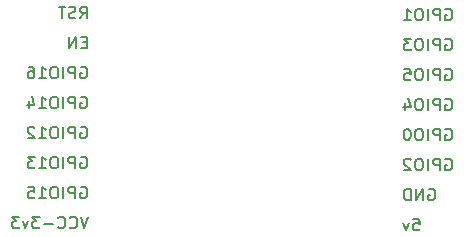
<source format=gbo>
%TF.GenerationSoftware,KiCad,Pcbnew,7.0.7*%
%TF.CreationDate,2023-10-28T13:50:55-06:00*%
%TF.ProjectId,RatGDO-OpenSource,52617447-444f-42d4-9f70-656e536f7572,rev?*%
%TF.SameCoordinates,Original*%
%TF.FileFunction,Legend,Bot*%
%TF.FilePolarity,Positive*%
%FSLAX46Y46*%
G04 Gerber Fmt 4.6, Leading zero omitted, Abs format (unit mm)*
G04 Created by KiCad (PCBNEW 7.0.7) date 2023-10-28 13:50:55*
%MOMM*%
%LPD*%
G01*
G04 APERTURE LIST*
%ADD10C,0.150000*%
G04 APERTURE END LIST*
D10*
X157820651Y-75773427D02*
X157915889Y-75725808D01*
X157915889Y-75725808D02*
X158058746Y-75725808D01*
X158058746Y-75725808D02*
X158201603Y-75773427D01*
X158201603Y-75773427D02*
X158296841Y-75868665D01*
X158296841Y-75868665D02*
X158344460Y-75963903D01*
X158344460Y-75963903D02*
X158392079Y-76154379D01*
X158392079Y-76154379D02*
X158392079Y-76297236D01*
X158392079Y-76297236D02*
X158344460Y-76487712D01*
X158344460Y-76487712D02*
X158296841Y-76582950D01*
X158296841Y-76582950D02*
X158201603Y-76678189D01*
X158201603Y-76678189D02*
X158058746Y-76725808D01*
X158058746Y-76725808D02*
X157963508Y-76725808D01*
X157963508Y-76725808D02*
X157820651Y-76678189D01*
X157820651Y-76678189D02*
X157773032Y-76630569D01*
X157773032Y-76630569D02*
X157773032Y-76297236D01*
X157773032Y-76297236D02*
X157963508Y-76297236D01*
X157344460Y-76725808D02*
X157344460Y-75725808D01*
X157344460Y-75725808D02*
X156963508Y-75725808D01*
X156963508Y-75725808D02*
X156868270Y-75773427D01*
X156868270Y-75773427D02*
X156820651Y-75821046D01*
X156820651Y-75821046D02*
X156773032Y-75916284D01*
X156773032Y-75916284D02*
X156773032Y-76059141D01*
X156773032Y-76059141D02*
X156820651Y-76154379D01*
X156820651Y-76154379D02*
X156868270Y-76201998D01*
X156868270Y-76201998D02*
X156963508Y-76249617D01*
X156963508Y-76249617D02*
X157344460Y-76249617D01*
X156344460Y-76725808D02*
X156344460Y-75725808D01*
X155677794Y-75725808D02*
X155487318Y-75725808D01*
X155487318Y-75725808D02*
X155392080Y-75773427D01*
X155392080Y-75773427D02*
X155296842Y-75868665D01*
X155296842Y-75868665D02*
X155249223Y-76059141D01*
X155249223Y-76059141D02*
X155249223Y-76392474D01*
X155249223Y-76392474D02*
X155296842Y-76582950D01*
X155296842Y-76582950D02*
X155392080Y-76678189D01*
X155392080Y-76678189D02*
X155487318Y-76725808D01*
X155487318Y-76725808D02*
X155677794Y-76725808D01*
X155677794Y-76725808D02*
X155773032Y-76678189D01*
X155773032Y-76678189D02*
X155868270Y-76582950D01*
X155868270Y-76582950D02*
X155915889Y-76392474D01*
X155915889Y-76392474D02*
X155915889Y-76059141D01*
X155915889Y-76059141D02*
X155868270Y-75868665D01*
X155868270Y-75868665D02*
X155773032Y-75773427D01*
X155773032Y-75773427D02*
X155677794Y-75725808D01*
X154630175Y-75725808D02*
X154534937Y-75725808D01*
X154534937Y-75725808D02*
X154439699Y-75773427D01*
X154439699Y-75773427D02*
X154392080Y-75821046D01*
X154392080Y-75821046D02*
X154344461Y-75916284D01*
X154344461Y-75916284D02*
X154296842Y-76106760D01*
X154296842Y-76106760D02*
X154296842Y-76344855D01*
X154296842Y-76344855D02*
X154344461Y-76535331D01*
X154344461Y-76535331D02*
X154392080Y-76630569D01*
X154392080Y-76630569D02*
X154439699Y-76678189D01*
X154439699Y-76678189D02*
X154534937Y-76725808D01*
X154534937Y-76725808D02*
X154630175Y-76725808D01*
X154630175Y-76725808D02*
X154725413Y-76678189D01*
X154725413Y-76678189D02*
X154773032Y-76630569D01*
X154773032Y-76630569D02*
X154820651Y-76535331D01*
X154820651Y-76535331D02*
X154868270Y-76344855D01*
X154868270Y-76344855D02*
X154868270Y-76106760D01*
X154868270Y-76106760D02*
X154820651Y-75916284D01*
X154820651Y-75916284D02*
X154773032Y-75821046D01*
X154773032Y-75821046D02*
X154725413Y-75773427D01*
X154725413Y-75773427D02*
X154630175Y-75725808D01*
X126877700Y-66395116D02*
X127211033Y-65918925D01*
X127449128Y-66395116D02*
X127449128Y-65395116D01*
X127449128Y-65395116D02*
X127068176Y-65395116D01*
X127068176Y-65395116D02*
X126972938Y-65442735D01*
X126972938Y-65442735D02*
X126925319Y-65490354D01*
X126925319Y-65490354D02*
X126877700Y-65585592D01*
X126877700Y-65585592D02*
X126877700Y-65728449D01*
X126877700Y-65728449D02*
X126925319Y-65823687D01*
X126925319Y-65823687D02*
X126972938Y-65871306D01*
X126972938Y-65871306D02*
X127068176Y-65918925D01*
X127068176Y-65918925D02*
X127449128Y-65918925D01*
X126496747Y-66347497D02*
X126353890Y-66395116D01*
X126353890Y-66395116D02*
X126115795Y-66395116D01*
X126115795Y-66395116D02*
X126020557Y-66347497D01*
X126020557Y-66347497D02*
X125972938Y-66299877D01*
X125972938Y-66299877D02*
X125925319Y-66204639D01*
X125925319Y-66204639D02*
X125925319Y-66109401D01*
X125925319Y-66109401D02*
X125972938Y-66014163D01*
X125972938Y-66014163D02*
X126020557Y-65966544D01*
X126020557Y-65966544D02*
X126115795Y-65918925D01*
X126115795Y-65918925D02*
X126306271Y-65871306D01*
X126306271Y-65871306D02*
X126401509Y-65823687D01*
X126401509Y-65823687D02*
X126449128Y-65776068D01*
X126449128Y-65776068D02*
X126496747Y-65680830D01*
X126496747Y-65680830D02*
X126496747Y-65585592D01*
X126496747Y-65585592D02*
X126449128Y-65490354D01*
X126449128Y-65490354D02*
X126401509Y-65442735D01*
X126401509Y-65442735D02*
X126306271Y-65395116D01*
X126306271Y-65395116D02*
X126068176Y-65395116D01*
X126068176Y-65395116D02*
X125925319Y-65442735D01*
X125639604Y-65395116D02*
X125068176Y-65395116D01*
X125353890Y-66395116D02*
X125353890Y-65395116D01*
X157820651Y-70693427D02*
X157915889Y-70645808D01*
X157915889Y-70645808D02*
X158058746Y-70645808D01*
X158058746Y-70645808D02*
X158201603Y-70693427D01*
X158201603Y-70693427D02*
X158296841Y-70788665D01*
X158296841Y-70788665D02*
X158344460Y-70883903D01*
X158344460Y-70883903D02*
X158392079Y-71074379D01*
X158392079Y-71074379D02*
X158392079Y-71217236D01*
X158392079Y-71217236D02*
X158344460Y-71407712D01*
X158344460Y-71407712D02*
X158296841Y-71502950D01*
X158296841Y-71502950D02*
X158201603Y-71598189D01*
X158201603Y-71598189D02*
X158058746Y-71645808D01*
X158058746Y-71645808D02*
X157963508Y-71645808D01*
X157963508Y-71645808D02*
X157820651Y-71598189D01*
X157820651Y-71598189D02*
X157773032Y-71550569D01*
X157773032Y-71550569D02*
X157773032Y-71217236D01*
X157773032Y-71217236D02*
X157963508Y-71217236D01*
X157344460Y-71645808D02*
X157344460Y-70645808D01*
X157344460Y-70645808D02*
X156963508Y-70645808D01*
X156963508Y-70645808D02*
X156868270Y-70693427D01*
X156868270Y-70693427D02*
X156820651Y-70741046D01*
X156820651Y-70741046D02*
X156773032Y-70836284D01*
X156773032Y-70836284D02*
X156773032Y-70979141D01*
X156773032Y-70979141D02*
X156820651Y-71074379D01*
X156820651Y-71074379D02*
X156868270Y-71121998D01*
X156868270Y-71121998D02*
X156963508Y-71169617D01*
X156963508Y-71169617D02*
X157344460Y-71169617D01*
X156344460Y-71645808D02*
X156344460Y-70645808D01*
X155677794Y-70645808D02*
X155487318Y-70645808D01*
X155487318Y-70645808D02*
X155392080Y-70693427D01*
X155392080Y-70693427D02*
X155296842Y-70788665D01*
X155296842Y-70788665D02*
X155249223Y-70979141D01*
X155249223Y-70979141D02*
X155249223Y-71312474D01*
X155249223Y-71312474D02*
X155296842Y-71502950D01*
X155296842Y-71502950D02*
X155392080Y-71598189D01*
X155392080Y-71598189D02*
X155487318Y-71645808D01*
X155487318Y-71645808D02*
X155677794Y-71645808D01*
X155677794Y-71645808D02*
X155773032Y-71598189D01*
X155773032Y-71598189D02*
X155868270Y-71502950D01*
X155868270Y-71502950D02*
X155915889Y-71312474D01*
X155915889Y-71312474D02*
X155915889Y-70979141D01*
X155915889Y-70979141D02*
X155868270Y-70788665D01*
X155868270Y-70788665D02*
X155773032Y-70693427D01*
X155773032Y-70693427D02*
X155677794Y-70645808D01*
X154344461Y-70645808D02*
X154820651Y-70645808D01*
X154820651Y-70645808D02*
X154868270Y-71121998D01*
X154868270Y-71121998D02*
X154820651Y-71074379D01*
X154820651Y-71074379D02*
X154725413Y-71026760D01*
X154725413Y-71026760D02*
X154487318Y-71026760D01*
X154487318Y-71026760D02*
X154392080Y-71074379D01*
X154392080Y-71074379D02*
X154344461Y-71121998D01*
X154344461Y-71121998D02*
X154296842Y-71217236D01*
X154296842Y-71217236D02*
X154296842Y-71455331D01*
X154296842Y-71455331D02*
X154344461Y-71550569D01*
X154344461Y-71550569D02*
X154392080Y-71598189D01*
X154392080Y-71598189D02*
X154487318Y-71645808D01*
X154487318Y-71645808D02*
X154725413Y-71645808D01*
X154725413Y-71645808D02*
X154820651Y-71598189D01*
X154820651Y-71598189D02*
X154868270Y-71550569D01*
X157820651Y-68153427D02*
X157915889Y-68105808D01*
X157915889Y-68105808D02*
X158058746Y-68105808D01*
X158058746Y-68105808D02*
X158201603Y-68153427D01*
X158201603Y-68153427D02*
X158296841Y-68248665D01*
X158296841Y-68248665D02*
X158344460Y-68343903D01*
X158344460Y-68343903D02*
X158392079Y-68534379D01*
X158392079Y-68534379D02*
X158392079Y-68677236D01*
X158392079Y-68677236D02*
X158344460Y-68867712D01*
X158344460Y-68867712D02*
X158296841Y-68962950D01*
X158296841Y-68962950D02*
X158201603Y-69058189D01*
X158201603Y-69058189D02*
X158058746Y-69105808D01*
X158058746Y-69105808D02*
X157963508Y-69105808D01*
X157963508Y-69105808D02*
X157820651Y-69058189D01*
X157820651Y-69058189D02*
X157773032Y-69010569D01*
X157773032Y-69010569D02*
X157773032Y-68677236D01*
X157773032Y-68677236D02*
X157963508Y-68677236D01*
X157344460Y-69105808D02*
X157344460Y-68105808D01*
X157344460Y-68105808D02*
X156963508Y-68105808D01*
X156963508Y-68105808D02*
X156868270Y-68153427D01*
X156868270Y-68153427D02*
X156820651Y-68201046D01*
X156820651Y-68201046D02*
X156773032Y-68296284D01*
X156773032Y-68296284D02*
X156773032Y-68439141D01*
X156773032Y-68439141D02*
X156820651Y-68534379D01*
X156820651Y-68534379D02*
X156868270Y-68581998D01*
X156868270Y-68581998D02*
X156963508Y-68629617D01*
X156963508Y-68629617D02*
X157344460Y-68629617D01*
X156344460Y-69105808D02*
X156344460Y-68105808D01*
X155677794Y-68105808D02*
X155487318Y-68105808D01*
X155487318Y-68105808D02*
X155392080Y-68153427D01*
X155392080Y-68153427D02*
X155296842Y-68248665D01*
X155296842Y-68248665D02*
X155249223Y-68439141D01*
X155249223Y-68439141D02*
X155249223Y-68772474D01*
X155249223Y-68772474D02*
X155296842Y-68962950D01*
X155296842Y-68962950D02*
X155392080Y-69058189D01*
X155392080Y-69058189D02*
X155487318Y-69105808D01*
X155487318Y-69105808D02*
X155677794Y-69105808D01*
X155677794Y-69105808D02*
X155773032Y-69058189D01*
X155773032Y-69058189D02*
X155868270Y-68962950D01*
X155868270Y-68962950D02*
X155915889Y-68772474D01*
X155915889Y-68772474D02*
X155915889Y-68439141D01*
X155915889Y-68439141D02*
X155868270Y-68248665D01*
X155868270Y-68248665D02*
X155773032Y-68153427D01*
X155773032Y-68153427D02*
X155677794Y-68105808D01*
X154915889Y-68105808D02*
X154296842Y-68105808D01*
X154296842Y-68105808D02*
X154630175Y-68486760D01*
X154630175Y-68486760D02*
X154487318Y-68486760D01*
X154487318Y-68486760D02*
X154392080Y-68534379D01*
X154392080Y-68534379D02*
X154344461Y-68581998D01*
X154344461Y-68581998D02*
X154296842Y-68677236D01*
X154296842Y-68677236D02*
X154296842Y-68915331D01*
X154296842Y-68915331D02*
X154344461Y-69010569D01*
X154344461Y-69010569D02*
X154392080Y-69058189D01*
X154392080Y-69058189D02*
X154487318Y-69105808D01*
X154487318Y-69105808D02*
X154773032Y-69105808D01*
X154773032Y-69105808D02*
X154868270Y-69058189D01*
X154868270Y-69058189D02*
X154915889Y-69010569D01*
X157820651Y-78313427D02*
X157915889Y-78265808D01*
X157915889Y-78265808D02*
X158058746Y-78265808D01*
X158058746Y-78265808D02*
X158201603Y-78313427D01*
X158201603Y-78313427D02*
X158296841Y-78408665D01*
X158296841Y-78408665D02*
X158344460Y-78503903D01*
X158344460Y-78503903D02*
X158392079Y-78694379D01*
X158392079Y-78694379D02*
X158392079Y-78837236D01*
X158392079Y-78837236D02*
X158344460Y-79027712D01*
X158344460Y-79027712D02*
X158296841Y-79122950D01*
X158296841Y-79122950D02*
X158201603Y-79218189D01*
X158201603Y-79218189D02*
X158058746Y-79265808D01*
X158058746Y-79265808D02*
X157963508Y-79265808D01*
X157963508Y-79265808D02*
X157820651Y-79218189D01*
X157820651Y-79218189D02*
X157773032Y-79170569D01*
X157773032Y-79170569D02*
X157773032Y-78837236D01*
X157773032Y-78837236D02*
X157963508Y-78837236D01*
X157344460Y-79265808D02*
X157344460Y-78265808D01*
X157344460Y-78265808D02*
X156963508Y-78265808D01*
X156963508Y-78265808D02*
X156868270Y-78313427D01*
X156868270Y-78313427D02*
X156820651Y-78361046D01*
X156820651Y-78361046D02*
X156773032Y-78456284D01*
X156773032Y-78456284D02*
X156773032Y-78599141D01*
X156773032Y-78599141D02*
X156820651Y-78694379D01*
X156820651Y-78694379D02*
X156868270Y-78741998D01*
X156868270Y-78741998D02*
X156963508Y-78789617D01*
X156963508Y-78789617D02*
X157344460Y-78789617D01*
X156344460Y-79265808D02*
X156344460Y-78265808D01*
X155677794Y-78265808D02*
X155487318Y-78265808D01*
X155487318Y-78265808D02*
X155392080Y-78313427D01*
X155392080Y-78313427D02*
X155296842Y-78408665D01*
X155296842Y-78408665D02*
X155249223Y-78599141D01*
X155249223Y-78599141D02*
X155249223Y-78932474D01*
X155249223Y-78932474D02*
X155296842Y-79122950D01*
X155296842Y-79122950D02*
X155392080Y-79218189D01*
X155392080Y-79218189D02*
X155487318Y-79265808D01*
X155487318Y-79265808D02*
X155677794Y-79265808D01*
X155677794Y-79265808D02*
X155773032Y-79218189D01*
X155773032Y-79218189D02*
X155868270Y-79122950D01*
X155868270Y-79122950D02*
X155915889Y-78932474D01*
X155915889Y-78932474D02*
X155915889Y-78599141D01*
X155915889Y-78599141D02*
X155868270Y-78408665D01*
X155868270Y-78408665D02*
X155773032Y-78313427D01*
X155773032Y-78313427D02*
X155677794Y-78265808D01*
X154868270Y-78361046D02*
X154820651Y-78313427D01*
X154820651Y-78313427D02*
X154725413Y-78265808D01*
X154725413Y-78265808D02*
X154487318Y-78265808D01*
X154487318Y-78265808D02*
X154392080Y-78313427D01*
X154392080Y-78313427D02*
X154344461Y-78361046D01*
X154344461Y-78361046D02*
X154296842Y-78456284D01*
X154296842Y-78456284D02*
X154296842Y-78551522D01*
X154296842Y-78551522D02*
X154344461Y-78694379D01*
X154344461Y-78694379D02*
X154915889Y-79265808D01*
X154915889Y-79265808D02*
X154296842Y-79265808D01*
X126925319Y-78142735D02*
X127020557Y-78095116D01*
X127020557Y-78095116D02*
X127163414Y-78095116D01*
X127163414Y-78095116D02*
X127306271Y-78142735D01*
X127306271Y-78142735D02*
X127401509Y-78237973D01*
X127401509Y-78237973D02*
X127449128Y-78333211D01*
X127449128Y-78333211D02*
X127496747Y-78523687D01*
X127496747Y-78523687D02*
X127496747Y-78666544D01*
X127496747Y-78666544D02*
X127449128Y-78857020D01*
X127449128Y-78857020D02*
X127401509Y-78952258D01*
X127401509Y-78952258D02*
X127306271Y-79047497D01*
X127306271Y-79047497D02*
X127163414Y-79095116D01*
X127163414Y-79095116D02*
X127068176Y-79095116D01*
X127068176Y-79095116D02*
X126925319Y-79047497D01*
X126925319Y-79047497D02*
X126877700Y-78999877D01*
X126877700Y-78999877D02*
X126877700Y-78666544D01*
X126877700Y-78666544D02*
X127068176Y-78666544D01*
X126449128Y-79095116D02*
X126449128Y-78095116D01*
X126449128Y-78095116D02*
X126068176Y-78095116D01*
X126068176Y-78095116D02*
X125972938Y-78142735D01*
X125972938Y-78142735D02*
X125925319Y-78190354D01*
X125925319Y-78190354D02*
X125877700Y-78285592D01*
X125877700Y-78285592D02*
X125877700Y-78428449D01*
X125877700Y-78428449D02*
X125925319Y-78523687D01*
X125925319Y-78523687D02*
X125972938Y-78571306D01*
X125972938Y-78571306D02*
X126068176Y-78618925D01*
X126068176Y-78618925D02*
X126449128Y-78618925D01*
X125449128Y-79095116D02*
X125449128Y-78095116D01*
X124782462Y-78095116D02*
X124591986Y-78095116D01*
X124591986Y-78095116D02*
X124496748Y-78142735D01*
X124496748Y-78142735D02*
X124401510Y-78237973D01*
X124401510Y-78237973D02*
X124353891Y-78428449D01*
X124353891Y-78428449D02*
X124353891Y-78761782D01*
X124353891Y-78761782D02*
X124401510Y-78952258D01*
X124401510Y-78952258D02*
X124496748Y-79047497D01*
X124496748Y-79047497D02*
X124591986Y-79095116D01*
X124591986Y-79095116D02*
X124782462Y-79095116D01*
X124782462Y-79095116D02*
X124877700Y-79047497D01*
X124877700Y-79047497D02*
X124972938Y-78952258D01*
X124972938Y-78952258D02*
X125020557Y-78761782D01*
X125020557Y-78761782D02*
X125020557Y-78428449D01*
X125020557Y-78428449D02*
X124972938Y-78237973D01*
X124972938Y-78237973D02*
X124877700Y-78142735D01*
X124877700Y-78142735D02*
X124782462Y-78095116D01*
X123401510Y-79095116D02*
X123972938Y-79095116D01*
X123687224Y-79095116D02*
X123687224Y-78095116D01*
X123687224Y-78095116D02*
X123782462Y-78237973D01*
X123782462Y-78237973D02*
X123877700Y-78333211D01*
X123877700Y-78333211D02*
X123972938Y-78380830D01*
X123068176Y-78095116D02*
X122449129Y-78095116D01*
X122449129Y-78095116D02*
X122782462Y-78476068D01*
X122782462Y-78476068D02*
X122639605Y-78476068D01*
X122639605Y-78476068D02*
X122544367Y-78523687D01*
X122544367Y-78523687D02*
X122496748Y-78571306D01*
X122496748Y-78571306D02*
X122449129Y-78666544D01*
X122449129Y-78666544D02*
X122449129Y-78904639D01*
X122449129Y-78904639D02*
X122496748Y-78999877D01*
X122496748Y-78999877D02*
X122544367Y-79047497D01*
X122544367Y-79047497D02*
X122639605Y-79095116D01*
X122639605Y-79095116D02*
X122925319Y-79095116D01*
X122925319Y-79095116D02*
X123020557Y-79047497D01*
X123020557Y-79047497D02*
X123068176Y-78999877D01*
X155106366Y-83345808D02*
X155582556Y-83345808D01*
X155582556Y-83345808D02*
X155630175Y-83821998D01*
X155630175Y-83821998D02*
X155582556Y-83774379D01*
X155582556Y-83774379D02*
X155487318Y-83726760D01*
X155487318Y-83726760D02*
X155249223Y-83726760D01*
X155249223Y-83726760D02*
X155153985Y-83774379D01*
X155153985Y-83774379D02*
X155106366Y-83821998D01*
X155106366Y-83821998D02*
X155058747Y-83917236D01*
X155058747Y-83917236D02*
X155058747Y-84155331D01*
X155058747Y-84155331D02*
X155106366Y-84250569D01*
X155106366Y-84250569D02*
X155153985Y-84298189D01*
X155153985Y-84298189D02*
X155249223Y-84345808D01*
X155249223Y-84345808D02*
X155487318Y-84345808D01*
X155487318Y-84345808D02*
X155582556Y-84298189D01*
X155582556Y-84298189D02*
X155630175Y-84250569D01*
X154725413Y-83679141D02*
X154487318Y-84345808D01*
X154487318Y-84345808D02*
X154249223Y-83679141D01*
X126925319Y-80682735D02*
X127020557Y-80635116D01*
X127020557Y-80635116D02*
X127163414Y-80635116D01*
X127163414Y-80635116D02*
X127306271Y-80682735D01*
X127306271Y-80682735D02*
X127401509Y-80777973D01*
X127401509Y-80777973D02*
X127449128Y-80873211D01*
X127449128Y-80873211D02*
X127496747Y-81063687D01*
X127496747Y-81063687D02*
X127496747Y-81206544D01*
X127496747Y-81206544D02*
X127449128Y-81397020D01*
X127449128Y-81397020D02*
X127401509Y-81492258D01*
X127401509Y-81492258D02*
X127306271Y-81587497D01*
X127306271Y-81587497D02*
X127163414Y-81635116D01*
X127163414Y-81635116D02*
X127068176Y-81635116D01*
X127068176Y-81635116D02*
X126925319Y-81587497D01*
X126925319Y-81587497D02*
X126877700Y-81539877D01*
X126877700Y-81539877D02*
X126877700Y-81206544D01*
X126877700Y-81206544D02*
X127068176Y-81206544D01*
X126449128Y-81635116D02*
X126449128Y-80635116D01*
X126449128Y-80635116D02*
X126068176Y-80635116D01*
X126068176Y-80635116D02*
X125972938Y-80682735D01*
X125972938Y-80682735D02*
X125925319Y-80730354D01*
X125925319Y-80730354D02*
X125877700Y-80825592D01*
X125877700Y-80825592D02*
X125877700Y-80968449D01*
X125877700Y-80968449D02*
X125925319Y-81063687D01*
X125925319Y-81063687D02*
X125972938Y-81111306D01*
X125972938Y-81111306D02*
X126068176Y-81158925D01*
X126068176Y-81158925D02*
X126449128Y-81158925D01*
X125449128Y-81635116D02*
X125449128Y-80635116D01*
X124782462Y-80635116D02*
X124591986Y-80635116D01*
X124591986Y-80635116D02*
X124496748Y-80682735D01*
X124496748Y-80682735D02*
X124401510Y-80777973D01*
X124401510Y-80777973D02*
X124353891Y-80968449D01*
X124353891Y-80968449D02*
X124353891Y-81301782D01*
X124353891Y-81301782D02*
X124401510Y-81492258D01*
X124401510Y-81492258D02*
X124496748Y-81587497D01*
X124496748Y-81587497D02*
X124591986Y-81635116D01*
X124591986Y-81635116D02*
X124782462Y-81635116D01*
X124782462Y-81635116D02*
X124877700Y-81587497D01*
X124877700Y-81587497D02*
X124972938Y-81492258D01*
X124972938Y-81492258D02*
X125020557Y-81301782D01*
X125020557Y-81301782D02*
X125020557Y-80968449D01*
X125020557Y-80968449D02*
X124972938Y-80777973D01*
X124972938Y-80777973D02*
X124877700Y-80682735D01*
X124877700Y-80682735D02*
X124782462Y-80635116D01*
X123401510Y-81635116D02*
X123972938Y-81635116D01*
X123687224Y-81635116D02*
X123687224Y-80635116D01*
X123687224Y-80635116D02*
X123782462Y-80777973D01*
X123782462Y-80777973D02*
X123877700Y-80873211D01*
X123877700Y-80873211D02*
X123972938Y-80920830D01*
X122496748Y-80635116D02*
X122972938Y-80635116D01*
X122972938Y-80635116D02*
X123020557Y-81111306D01*
X123020557Y-81111306D02*
X122972938Y-81063687D01*
X122972938Y-81063687D02*
X122877700Y-81016068D01*
X122877700Y-81016068D02*
X122639605Y-81016068D01*
X122639605Y-81016068D02*
X122544367Y-81063687D01*
X122544367Y-81063687D02*
X122496748Y-81111306D01*
X122496748Y-81111306D02*
X122449129Y-81206544D01*
X122449129Y-81206544D02*
X122449129Y-81444639D01*
X122449129Y-81444639D02*
X122496748Y-81539877D01*
X122496748Y-81539877D02*
X122544367Y-81587497D01*
X122544367Y-81587497D02*
X122639605Y-81635116D01*
X122639605Y-81635116D02*
X122877700Y-81635116D01*
X122877700Y-81635116D02*
X122972938Y-81587497D01*
X122972938Y-81587497D02*
X123020557Y-81539877D01*
X127449128Y-68411306D02*
X127115795Y-68411306D01*
X126972938Y-68935116D02*
X127449128Y-68935116D01*
X127449128Y-68935116D02*
X127449128Y-67935116D01*
X127449128Y-67935116D02*
X126972938Y-67935116D01*
X126544366Y-68935116D02*
X126544366Y-67935116D01*
X126544366Y-67935116D02*
X125972938Y-68935116D01*
X125972938Y-68935116D02*
X125972938Y-67935116D01*
X126925319Y-75602735D02*
X127020557Y-75555116D01*
X127020557Y-75555116D02*
X127163414Y-75555116D01*
X127163414Y-75555116D02*
X127306271Y-75602735D01*
X127306271Y-75602735D02*
X127401509Y-75697973D01*
X127401509Y-75697973D02*
X127449128Y-75793211D01*
X127449128Y-75793211D02*
X127496747Y-75983687D01*
X127496747Y-75983687D02*
X127496747Y-76126544D01*
X127496747Y-76126544D02*
X127449128Y-76317020D01*
X127449128Y-76317020D02*
X127401509Y-76412258D01*
X127401509Y-76412258D02*
X127306271Y-76507497D01*
X127306271Y-76507497D02*
X127163414Y-76555116D01*
X127163414Y-76555116D02*
X127068176Y-76555116D01*
X127068176Y-76555116D02*
X126925319Y-76507497D01*
X126925319Y-76507497D02*
X126877700Y-76459877D01*
X126877700Y-76459877D02*
X126877700Y-76126544D01*
X126877700Y-76126544D02*
X127068176Y-76126544D01*
X126449128Y-76555116D02*
X126449128Y-75555116D01*
X126449128Y-75555116D02*
X126068176Y-75555116D01*
X126068176Y-75555116D02*
X125972938Y-75602735D01*
X125972938Y-75602735D02*
X125925319Y-75650354D01*
X125925319Y-75650354D02*
X125877700Y-75745592D01*
X125877700Y-75745592D02*
X125877700Y-75888449D01*
X125877700Y-75888449D02*
X125925319Y-75983687D01*
X125925319Y-75983687D02*
X125972938Y-76031306D01*
X125972938Y-76031306D02*
X126068176Y-76078925D01*
X126068176Y-76078925D02*
X126449128Y-76078925D01*
X125449128Y-76555116D02*
X125449128Y-75555116D01*
X124782462Y-75555116D02*
X124591986Y-75555116D01*
X124591986Y-75555116D02*
X124496748Y-75602735D01*
X124496748Y-75602735D02*
X124401510Y-75697973D01*
X124401510Y-75697973D02*
X124353891Y-75888449D01*
X124353891Y-75888449D02*
X124353891Y-76221782D01*
X124353891Y-76221782D02*
X124401510Y-76412258D01*
X124401510Y-76412258D02*
X124496748Y-76507497D01*
X124496748Y-76507497D02*
X124591986Y-76555116D01*
X124591986Y-76555116D02*
X124782462Y-76555116D01*
X124782462Y-76555116D02*
X124877700Y-76507497D01*
X124877700Y-76507497D02*
X124972938Y-76412258D01*
X124972938Y-76412258D02*
X125020557Y-76221782D01*
X125020557Y-76221782D02*
X125020557Y-75888449D01*
X125020557Y-75888449D02*
X124972938Y-75697973D01*
X124972938Y-75697973D02*
X124877700Y-75602735D01*
X124877700Y-75602735D02*
X124782462Y-75555116D01*
X123401510Y-76555116D02*
X123972938Y-76555116D01*
X123687224Y-76555116D02*
X123687224Y-75555116D01*
X123687224Y-75555116D02*
X123782462Y-75697973D01*
X123782462Y-75697973D02*
X123877700Y-75793211D01*
X123877700Y-75793211D02*
X123972938Y-75840830D01*
X123020557Y-75650354D02*
X122972938Y-75602735D01*
X122972938Y-75602735D02*
X122877700Y-75555116D01*
X122877700Y-75555116D02*
X122639605Y-75555116D01*
X122639605Y-75555116D02*
X122544367Y-75602735D01*
X122544367Y-75602735D02*
X122496748Y-75650354D01*
X122496748Y-75650354D02*
X122449129Y-75745592D01*
X122449129Y-75745592D02*
X122449129Y-75840830D01*
X122449129Y-75840830D02*
X122496748Y-75983687D01*
X122496748Y-75983687D02*
X123068176Y-76555116D01*
X123068176Y-76555116D02*
X122449129Y-76555116D01*
X157820651Y-65613427D02*
X157915889Y-65565808D01*
X157915889Y-65565808D02*
X158058746Y-65565808D01*
X158058746Y-65565808D02*
X158201603Y-65613427D01*
X158201603Y-65613427D02*
X158296841Y-65708665D01*
X158296841Y-65708665D02*
X158344460Y-65803903D01*
X158344460Y-65803903D02*
X158392079Y-65994379D01*
X158392079Y-65994379D02*
X158392079Y-66137236D01*
X158392079Y-66137236D02*
X158344460Y-66327712D01*
X158344460Y-66327712D02*
X158296841Y-66422950D01*
X158296841Y-66422950D02*
X158201603Y-66518189D01*
X158201603Y-66518189D02*
X158058746Y-66565808D01*
X158058746Y-66565808D02*
X157963508Y-66565808D01*
X157963508Y-66565808D02*
X157820651Y-66518189D01*
X157820651Y-66518189D02*
X157773032Y-66470569D01*
X157773032Y-66470569D02*
X157773032Y-66137236D01*
X157773032Y-66137236D02*
X157963508Y-66137236D01*
X157344460Y-66565808D02*
X157344460Y-65565808D01*
X157344460Y-65565808D02*
X156963508Y-65565808D01*
X156963508Y-65565808D02*
X156868270Y-65613427D01*
X156868270Y-65613427D02*
X156820651Y-65661046D01*
X156820651Y-65661046D02*
X156773032Y-65756284D01*
X156773032Y-65756284D02*
X156773032Y-65899141D01*
X156773032Y-65899141D02*
X156820651Y-65994379D01*
X156820651Y-65994379D02*
X156868270Y-66041998D01*
X156868270Y-66041998D02*
X156963508Y-66089617D01*
X156963508Y-66089617D02*
X157344460Y-66089617D01*
X156344460Y-66565808D02*
X156344460Y-65565808D01*
X155677794Y-65565808D02*
X155487318Y-65565808D01*
X155487318Y-65565808D02*
X155392080Y-65613427D01*
X155392080Y-65613427D02*
X155296842Y-65708665D01*
X155296842Y-65708665D02*
X155249223Y-65899141D01*
X155249223Y-65899141D02*
X155249223Y-66232474D01*
X155249223Y-66232474D02*
X155296842Y-66422950D01*
X155296842Y-66422950D02*
X155392080Y-66518189D01*
X155392080Y-66518189D02*
X155487318Y-66565808D01*
X155487318Y-66565808D02*
X155677794Y-66565808D01*
X155677794Y-66565808D02*
X155773032Y-66518189D01*
X155773032Y-66518189D02*
X155868270Y-66422950D01*
X155868270Y-66422950D02*
X155915889Y-66232474D01*
X155915889Y-66232474D02*
X155915889Y-65899141D01*
X155915889Y-65899141D02*
X155868270Y-65708665D01*
X155868270Y-65708665D02*
X155773032Y-65613427D01*
X155773032Y-65613427D02*
X155677794Y-65565808D01*
X154296842Y-66565808D02*
X154868270Y-66565808D01*
X154582556Y-66565808D02*
X154582556Y-65565808D01*
X154582556Y-65565808D02*
X154677794Y-65708665D01*
X154677794Y-65708665D02*
X154773032Y-65803903D01*
X154773032Y-65803903D02*
X154868270Y-65851522D01*
X127591985Y-83175116D02*
X127258652Y-84175116D01*
X127258652Y-84175116D02*
X126925319Y-83175116D01*
X126020557Y-84079877D02*
X126068176Y-84127497D01*
X126068176Y-84127497D02*
X126211033Y-84175116D01*
X126211033Y-84175116D02*
X126306271Y-84175116D01*
X126306271Y-84175116D02*
X126449128Y-84127497D01*
X126449128Y-84127497D02*
X126544366Y-84032258D01*
X126544366Y-84032258D02*
X126591985Y-83937020D01*
X126591985Y-83937020D02*
X126639604Y-83746544D01*
X126639604Y-83746544D02*
X126639604Y-83603687D01*
X126639604Y-83603687D02*
X126591985Y-83413211D01*
X126591985Y-83413211D02*
X126544366Y-83317973D01*
X126544366Y-83317973D02*
X126449128Y-83222735D01*
X126449128Y-83222735D02*
X126306271Y-83175116D01*
X126306271Y-83175116D02*
X126211033Y-83175116D01*
X126211033Y-83175116D02*
X126068176Y-83222735D01*
X126068176Y-83222735D02*
X126020557Y-83270354D01*
X125020557Y-84079877D02*
X125068176Y-84127497D01*
X125068176Y-84127497D02*
X125211033Y-84175116D01*
X125211033Y-84175116D02*
X125306271Y-84175116D01*
X125306271Y-84175116D02*
X125449128Y-84127497D01*
X125449128Y-84127497D02*
X125544366Y-84032258D01*
X125544366Y-84032258D02*
X125591985Y-83937020D01*
X125591985Y-83937020D02*
X125639604Y-83746544D01*
X125639604Y-83746544D02*
X125639604Y-83603687D01*
X125639604Y-83603687D02*
X125591985Y-83413211D01*
X125591985Y-83413211D02*
X125544366Y-83317973D01*
X125544366Y-83317973D02*
X125449128Y-83222735D01*
X125449128Y-83222735D02*
X125306271Y-83175116D01*
X125306271Y-83175116D02*
X125211033Y-83175116D01*
X125211033Y-83175116D02*
X125068176Y-83222735D01*
X125068176Y-83222735D02*
X125020557Y-83270354D01*
X124591985Y-83794163D02*
X123830081Y-83794163D01*
X123449128Y-83175116D02*
X122830081Y-83175116D01*
X122830081Y-83175116D02*
X123163414Y-83556068D01*
X123163414Y-83556068D02*
X123020557Y-83556068D01*
X123020557Y-83556068D02*
X122925319Y-83603687D01*
X122925319Y-83603687D02*
X122877700Y-83651306D01*
X122877700Y-83651306D02*
X122830081Y-83746544D01*
X122830081Y-83746544D02*
X122830081Y-83984639D01*
X122830081Y-83984639D02*
X122877700Y-84079877D01*
X122877700Y-84079877D02*
X122925319Y-84127497D01*
X122925319Y-84127497D02*
X123020557Y-84175116D01*
X123020557Y-84175116D02*
X123306271Y-84175116D01*
X123306271Y-84175116D02*
X123401509Y-84127497D01*
X123401509Y-84127497D02*
X123449128Y-84079877D01*
X122496747Y-83508449D02*
X122258652Y-84175116D01*
X122258652Y-84175116D02*
X122020557Y-83508449D01*
X121734842Y-83175116D02*
X121115795Y-83175116D01*
X121115795Y-83175116D02*
X121449128Y-83556068D01*
X121449128Y-83556068D02*
X121306271Y-83556068D01*
X121306271Y-83556068D02*
X121211033Y-83603687D01*
X121211033Y-83603687D02*
X121163414Y-83651306D01*
X121163414Y-83651306D02*
X121115795Y-83746544D01*
X121115795Y-83746544D02*
X121115795Y-83984639D01*
X121115795Y-83984639D02*
X121163414Y-84079877D01*
X121163414Y-84079877D02*
X121211033Y-84127497D01*
X121211033Y-84127497D02*
X121306271Y-84175116D01*
X121306271Y-84175116D02*
X121591985Y-84175116D01*
X121591985Y-84175116D02*
X121687223Y-84127497D01*
X121687223Y-84127497D02*
X121734842Y-84079877D01*
X156392080Y-80853427D02*
X156487318Y-80805808D01*
X156487318Y-80805808D02*
X156630175Y-80805808D01*
X156630175Y-80805808D02*
X156773032Y-80853427D01*
X156773032Y-80853427D02*
X156868270Y-80948665D01*
X156868270Y-80948665D02*
X156915889Y-81043903D01*
X156915889Y-81043903D02*
X156963508Y-81234379D01*
X156963508Y-81234379D02*
X156963508Y-81377236D01*
X156963508Y-81377236D02*
X156915889Y-81567712D01*
X156915889Y-81567712D02*
X156868270Y-81662950D01*
X156868270Y-81662950D02*
X156773032Y-81758189D01*
X156773032Y-81758189D02*
X156630175Y-81805808D01*
X156630175Y-81805808D02*
X156534937Y-81805808D01*
X156534937Y-81805808D02*
X156392080Y-81758189D01*
X156392080Y-81758189D02*
X156344461Y-81710569D01*
X156344461Y-81710569D02*
X156344461Y-81377236D01*
X156344461Y-81377236D02*
X156534937Y-81377236D01*
X155915889Y-81805808D02*
X155915889Y-80805808D01*
X155915889Y-80805808D02*
X155344461Y-81805808D01*
X155344461Y-81805808D02*
X155344461Y-80805808D01*
X154868270Y-81805808D02*
X154868270Y-80805808D01*
X154868270Y-80805808D02*
X154630175Y-80805808D01*
X154630175Y-80805808D02*
X154487318Y-80853427D01*
X154487318Y-80853427D02*
X154392080Y-80948665D01*
X154392080Y-80948665D02*
X154344461Y-81043903D01*
X154344461Y-81043903D02*
X154296842Y-81234379D01*
X154296842Y-81234379D02*
X154296842Y-81377236D01*
X154296842Y-81377236D02*
X154344461Y-81567712D01*
X154344461Y-81567712D02*
X154392080Y-81662950D01*
X154392080Y-81662950D02*
X154487318Y-81758189D01*
X154487318Y-81758189D02*
X154630175Y-81805808D01*
X154630175Y-81805808D02*
X154868270Y-81805808D01*
X126925319Y-73062735D02*
X127020557Y-73015116D01*
X127020557Y-73015116D02*
X127163414Y-73015116D01*
X127163414Y-73015116D02*
X127306271Y-73062735D01*
X127306271Y-73062735D02*
X127401509Y-73157973D01*
X127401509Y-73157973D02*
X127449128Y-73253211D01*
X127449128Y-73253211D02*
X127496747Y-73443687D01*
X127496747Y-73443687D02*
X127496747Y-73586544D01*
X127496747Y-73586544D02*
X127449128Y-73777020D01*
X127449128Y-73777020D02*
X127401509Y-73872258D01*
X127401509Y-73872258D02*
X127306271Y-73967497D01*
X127306271Y-73967497D02*
X127163414Y-74015116D01*
X127163414Y-74015116D02*
X127068176Y-74015116D01*
X127068176Y-74015116D02*
X126925319Y-73967497D01*
X126925319Y-73967497D02*
X126877700Y-73919877D01*
X126877700Y-73919877D02*
X126877700Y-73586544D01*
X126877700Y-73586544D02*
X127068176Y-73586544D01*
X126449128Y-74015116D02*
X126449128Y-73015116D01*
X126449128Y-73015116D02*
X126068176Y-73015116D01*
X126068176Y-73015116D02*
X125972938Y-73062735D01*
X125972938Y-73062735D02*
X125925319Y-73110354D01*
X125925319Y-73110354D02*
X125877700Y-73205592D01*
X125877700Y-73205592D02*
X125877700Y-73348449D01*
X125877700Y-73348449D02*
X125925319Y-73443687D01*
X125925319Y-73443687D02*
X125972938Y-73491306D01*
X125972938Y-73491306D02*
X126068176Y-73538925D01*
X126068176Y-73538925D02*
X126449128Y-73538925D01*
X125449128Y-74015116D02*
X125449128Y-73015116D01*
X124782462Y-73015116D02*
X124591986Y-73015116D01*
X124591986Y-73015116D02*
X124496748Y-73062735D01*
X124496748Y-73062735D02*
X124401510Y-73157973D01*
X124401510Y-73157973D02*
X124353891Y-73348449D01*
X124353891Y-73348449D02*
X124353891Y-73681782D01*
X124353891Y-73681782D02*
X124401510Y-73872258D01*
X124401510Y-73872258D02*
X124496748Y-73967497D01*
X124496748Y-73967497D02*
X124591986Y-74015116D01*
X124591986Y-74015116D02*
X124782462Y-74015116D01*
X124782462Y-74015116D02*
X124877700Y-73967497D01*
X124877700Y-73967497D02*
X124972938Y-73872258D01*
X124972938Y-73872258D02*
X125020557Y-73681782D01*
X125020557Y-73681782D02*
X125020557Y-73348449D01*
X125020557Y-73348449D02*
X124972938Y-73157973D01*
X124972938Y-73157973D02*
X124877700Y-73062735D01*
X124877700Y-73062735D02*
X124782462Y-73015116D01*
X123401510Y-74015116D02*
X123972938Y-74015116D01*
X123687224Y-74015116D02*
X123687224Y-73015116D01*
X123687224Y-73015116D02*
X123782462Y-73157973D01*
X123782462Y-73157973D02*
X123877700Y-73253211D01*
X123877700Y-73253211D02*
X123972938Y-73300830D01*
X122544367Y-73348449D02*
X122544367Y-74015116D01*
X122782462Y-72967497D02*
X123020557Y-73681782D01*
X123020557Y-73681782D02*
X122401510Y-73681782D01*
X126925319Y-70522735D02*
X127020557Y-70475116D01*
X127020557Y-70475116D02*
X127163414Y-70475116D01*
X127163414Y-70475116D02*
X127306271Y-70522735D01*
X127306271Y-70522735D02*
X127401509Y-70617973D01*
X127401509Y-70617973D02*
X127449128Y-70713211D01*
X127449128Y-70713211D02*
X127496747Y-70903687D01*
X127496747Y-70903687D02*
X127496747Y-71046544D01*
X127496747Y-71046544D02*
X127449128Y-71237020D01*
X127449128Y-71237020D02*
X127401509Y-71332258D01*
X127401509Y-71332258D02*
X127306271Y-71427497D01*
X127306271Y-71427497D02*
X127163414Y-71475116D01*
X127163414Y-71475116D02*
X127068176Y-71475116D01*
X127068176Y-71475116D02*
X126925319Y-71427497D01*
X126925319Y-71427497D02*
X126877700Y-71379877D01*
X126877700Y-71379877D02*
X126877700Y-71046544D01*
X126877700Y-71046544D02*
X127068176Y-71046544D01*
X126449128Y-71475116D02*
X126449128Y-70475116D01*
X126449128Y-70475116D02*
X126068176Y-70475116D01*
X126068176Y-70475116D02*
X125972938Y-70522735D01*
X125972938Y-70522735D02*
X125925319Y-70570354D01*
X125925319Y-70570354D02*
X125877700Y-70665592D01*
X125877700Y-70665592D02*
X125877700Y-70808449D01*
X125877700Y-70808449D02*
X125925319Y-70903687D01*
X125925319Y-70903687D02*
X125972938Y-70951306D01*
X125972938Y-70951306D02*
X126068176Y-70998925D01*
X126068176Y-70998925D02*
X126449128Y-70998925D01*
X125449128Y-71475116D02*
X125449128Y-70475116D01*
X124782462Y-70475116D02*
X124591986Y-70475116D01*
X124591986Y-70475116D02*
X124496748Y-70522735D01*
X124496748Y-70522735D02*
X124401510Y-70617973D01*
X124401510Y-70617973D02*
X124353891Y-70808449D01*
X124353891Y-70808449D02*
X124353891Y-71141782D01*
X124353891Y-71141782D02*
X124401510Y-71332258D01*
X124401510Y-71332258D02*
X124496748Y-71427497D01*
X124496748Y-71427497D02*
X124591986Y-71475116D01*
X124591986Y-71475116D02*
X124782462Y-71475116D01*
X124782462Y-71475116D02*
X124877700Y-71427497D01*
X124877700Y-71427497D02*
X124972938Y-71332258D01*
X124972938Y-71332258D02*
X125020557Y-71141782D01*
X125020557Y-71141782D02*
X125020557Y-70808449D01*
X125020557Y-70808449D02*
X124972938Y-70617973D01*
X124972938Y-70617973D02*
X124877700Y-70522735D01*
X124877700Y-70522735D02*
X124782462Y-70475116D01*
X123401510Y-71475116D02*
X123972938Y-71475116D01*
X123687224Y-71475116D02*
X123687224Y-70475116D01*
X123687224Y-70475116D02*
X123782462Y-70617973D01*
X123782462Y-70617973D02*
X123877700Y-70713211D01*
X123877700Y-70713211D02*
X123972938Y-70760830D01*
X122544367Y-70475116D02*
X122734843Y-70475116D01*
X122734843Y-70475116D02*
X122830081Y-70522735D01*
X122830081Y-70522735D02*
X122877700Y-70570354D01*
X122877700Y-70570354D02*
X122972938Y-70713211D01*
X122972938Y-70713211D02*
X123020557Y-70903687D01*
X123020557Y-70903687D02*
X123020557Y-71284639D01*
X123020557Y-71284639D02*
X122972938Y-71379877D01*
X122972938Y-71379877D02*
X122925319Y-71427497D01*
X122925319Y-71427497D02*
X122830081Y-71475116D01*
X122830081Y-71475116D02*
X122639605Y-71475116D01*
X122639605Y-71475116D02*
X122544367Y-71427497D01*
X122544367Y-71427497D02*
X122496748Y-71379877D01*
X122496748Y-71379877D02*
X122449129Y-71284639D01*
X122449129Y-71284639D02*
X122449129Y-71046544D01*
X122449129Y-71046544D02*
X122496748Y-70951306D01*
X122496748Y-70951306D02*
X122544367Y-70903687D01*
X122544367Y-70903687D02*
X122639605Y-70856068D01*
X122639605Y-70856068D02*
X122830081Y-70856068D01*
X122830081Y-70856068D02*
X122925319Y-70903687D01*
X122925319Y-70903687D02*
X122972938Y-70951306D01*
X122972938Y-70951306D02*
X123020557Y-71046544D01*
X157820651Y-73233427D02*
X157915889Y-73185808D01*
X157915889Y-73185808D02*
X158058746Y-73185808D01*
X158058746Y-73185808D02*
X158201603Y-73233427D01*
X158201603Y-73233427D02*
X158296841Y-73328665D01*
X158296841Y-73328665D02*
X158344460Y-73423903D01*
X158344460Y-73423903D02*
X158392079Y-73614379D01*
X158392079Y-73614379D02*
X158392079Y-73757236D01*
X158392079Y-73757236D02*
X158344460Y-73947712D01*
X158344460Y-73947712D02*
X158296841Y-74042950D01*
X158296841Y-74042950D02*
X158201603Y-74138189D01*
X158201603Y-74138189D02*
X158058746Y-74185808D01*
X158058746Y-74185808D02*
X157963508Y-74185808D01*
X157963508Y-74185808D02*
X157820651Y-74138189D01*
X157820651Y-74138189D02*
X157773032Y-74090569D01*
X157773032Y-74090569D02*
X157773032Y-73757236D01*
X157773032Y-73757236D02*
X157963508Y-73757236D01*
X157344460Y-74185808D02*
X157344460Y-73185808D01*
X157344460Y-73185808D02*
X156963508Y-73185808D01*
X156963508Y-73185808D02*
X156868270Y-73233427D01*
X156868270Y-73233427D02*
X156820651Y-73281046D01*
X156820651Y-73281046D02*
X156773032Y-73376284D01*
X156773032Y-73376284D02*
X156773032Y-73519141D01*
X156773032Y-73519141D02*
X156820651Y-73614379D01*
X156820651Y-73614379D02*
X156868270Y-73661998D01*
X156868270Y-73661998D02*
X156963508Y-73709617D01*
X156963508Y-73709617D02*
X157344460Y-73709617D01*
X156344460Y-74185808D02*
X156344460Y-73185808D01*
X155677794Y-73185808D02*
X155487318Y-73185808D01*
X155487318Y-73185808D02*
X155392080Y-73233427D01*
X155392080Y-73233427D02*
X155296842Y-73328665D01*
X155296842Y-73328665D02*
X155249223Y-73519141D01*
X155249223Y-73519141D02*
X155249223Y-73852474D01*
X155249223Y-73852474D02*
X155296842Y-74042950D01*
X155296842Y-74042950D02*
X155392080Y-74138189D01*
X155392080Y-74138189D02*
X155487318Y-74185808D01*
X155487318Y-74185808D02*
X155677794Y-74185808D01*
X155677794Y-74185808D02*
X155773032Y-74138189D01*
X155773032Y-74138189D02*
X155868270Y-74042950D01*
X155868270Y-74042950D02*
X155915889Y-73852474D01*
X155915889Y-73852474D02*
X155915889Y-73519141D01*
X155915889Y-73519141D02*
X155868270Y-73328665D01*
X155868270Y-73328665D02*
X155773032Y-73233427D01*
X155773032Y-73233427D02*
X155677794Y-73185808D01*
X154392080Y-73519141D02*
X154392080Y-74185808D01*
X154630175Y-73138189D02*
X154868270Y-73852474D01*
X154868270Y-73852474D02*
X154249223Y-73852474D01*
M02*

</source>
